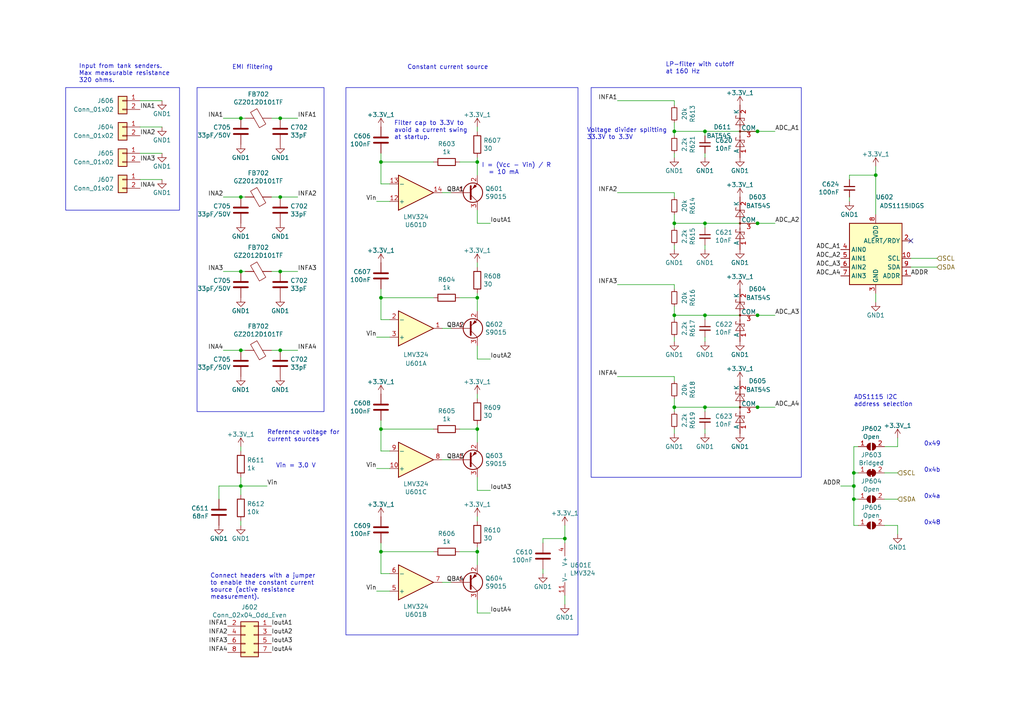
<source format=kicad_sch>
(kicad_sch (version 20230121) (generator eeschema)
  (paper "A4")
  (title_block (title "Hat Labs Marine Engine & Tank interface (HALMET)") (date "2024-01-18") (rev "1.0.1") (company "Hat Labs Ltd") (comment 1 "https://creativecommons.org/licenses/by-sa/4.0") (comment 2 "To view a copy of this license, visit ") (comment 3 "HALMET is licensed under CC BY-SA 4.0."))
  (lib_symbols
    (symbol "Amplifier_Operational:LMV324" (pin_names (offset 0.127))
      (property "Reference" "U" (at 0 5.08 0))
      (property "Value" "LMV324" (at 0 -5.08 0))
      (symbol "LMV324_1_1"
        (pin output line (at 7.62 0 180) (length 2.54) (name "~") (number "1"))
        (pin input line (at -7.62 -2.54 0) (length 2.54) (name "-") (number "2"))
        (pin input line (at -7.62 2.54 0) (length 2.54) (name "+") (number "3"))
      )
      (symbol "LMV324_2_1"
        (pin input line (at -7.62 2.54 0) (length 2.54) (name "+") (number "5"))
        (pin input line (at -7.62 -2.54 0) (length 2.54) (name "-") (number "6"))
        (pin output line (at 7.62 0 180) (length 2.54) (name "~") (number "7"))
      )
      (symbol "LMV324_3_1"
        (pin input line (at -7.62 2.54 0) (length 2.54) (name "+") (number "10"))
        (pin output line (at 7.62 0 180) (length 2.54) (name "~") (number "8"))
        (pin input line (at -7.62 -2.54 0) (length 2.54) (name "-") (number "9"))
      )
      (symbol "LMV324_4_1"
        (pin input line (at -7.62 2.54 0) (length 2.54) (name "+") (number "12"))
        (pin input line (at -7.62 -2.54 0) (length 2.54) (name "-") (number "13"))
        (pin output line (at 7.62 0 180) (length 2.54) (name "~") (number "14"))
      )
      (symbol "LMV324_5_1"
        (pin power_in line (at -2.54 -7.62 90) (length 3.81) (name "V-") (number "11"))
        (pin power_in line (at -2.54 7.62 270) (length 3.81) (name "V+") (number "4"))
      )
    )
    (symbol "Analog_ADC:ADS1115IDGS"
      (property "Reference" "U" (at 2.54 13.97 0))
      (property "Value" "ADS1115IDGS" (at 7.62 11.43 0))
      (symbol "ADS1115IDGS_1_1"
        (pin input line (at 10.16 -5.08 180) (length 2.54) (name "ADDR") (number "1"))
        (pin input line (at 10.16 0 180) (length 2.54) (name "SCL") (number "10"))
        (pin output line (at 10.16 5.08 180) (length 2.54) (name "ALERT/RDY") (number "2"))
        (pin power_in line (at 0 -10.16 90) (length 2.54) (name "GND") (number "3"))
        (pin input line (at -10.16 2.54 0) (length 2.54) (name "AIN0") (number "4"))
        (pin input line (at -10.16 0 0) (length 2.54) (name "AIN1") (number "5"))
        (pin input line (at -10.16 -2.54 0) (length 2.54) (name "AIN2") (number "6"))
        (pin input line (at -10.16 -5.08 0) (length 2.54) (name "AIN3") (number "7"))
        (pin power_in line (at 0 12.7 270) (length 2.54) (name "VDD") (number "8"))
        (pin bidirectional line (at 10.16 -2.54 180) (length 2.54) (name "SDA") (number "9"))
      )
    )
    (symbol "Connector_Generic:Conn_01x02" (pin_names (offset 1.016) hide)
      (property "Reference" "J" (at 0 2.54 0))
      (property "Value" "Conn_01x02" (at 0 -5.08 0))
      (symbol "Conn_01x02_1_1"
        (pin passive line (at -5.08 0 0) (length 3.81) (name "Pin_1") (number "1"))
        (pin passive line (at -5.08 -2.54 0) (length 3.81) (name "Pin_2") (number "2"))
      )
    )
    (symbol "Connector_Generic:Conn_02x04_Odd_Even" (pin_names (offset 1.016) hide)
      (property "Reference" "J" (at 1.27 5.08 0))
      (property "Value" "Conn_02x04_Odd_Even" (at 1.27 -7.62 0))
      (symbol "Conn_02x04_Odd_Even_1_1"
        (pin passive line (at -5.08 2.54 0) (length 3.81) (name "Pin_1") (number "1"))
        (pin passive line (at 7.62 2.54 180) (length 3.81) (name "Pin_2") (number "2"))
        (pin passive line (at -5.08 0 0) (length 3.81) (name "Pin_3") (number "3"))
        (pin passive line (at 7.62 0 180) (length 3.81) (name "Pin_4") (number "4"))
        (pin passive line (at -5.08 -2.54 0) (length 3.81) (name "Pin_5") (number "5"))
        (pin passive line (at 7.62 -2.54 180) (length 3.81) (name "Pin_6") (number "6"))
        (pin passive line (at -5.08 -5.08 0) (length 3.81) (name "Pin_7") (number "7"))
        (pin passive line (at 7.62 -5.08 180) (length 3.81) (name "Pin_8") (number "8"))
      )
    )
    (symbol "Device:C" (pin_numbers hide) (pin_names (offset 0.254))
      (property "Reference" "C" (at 0.635 2.54 0))
      (property "Value" "C" (at 0.635 -2.54 0))
      (symbol "C_1_1"
        (pin passive line (at 0 3.81 270) (length 2.794) (name "~") (number "1"))
        (pin passive line (at 0 -3.81 90) (length 2.794) (name "~") (number "2"))
      )
    )
    (symbol "Device:C_Small" (pin_numbers hide) (pin_names (offset 0.254) hide)
      (property "Reference" "C" (at 0.254 1.778 0))
      (property "Value" "C_Small" (at 0.254 -2.032 0))
      (symbol "C_Small_1_1"
        (pin passive line (at 0 2.54 270) (length 2.032) (name "~") (number "1"))
        (pin passive line (at 0 -2.54 90) (length 2.032) (name "~") (number "2"))
      )
    )
    (symbol "Device:FerriteBead" (pin_numbers hide) (pin_names (offset 0))
      (property "Reference" "FB" (at -3.81 0.635 90))
      (property "Value" "FerriteBead" (at 3.81 0 90))
      (symbol "FerriteBead_1_1"
        (pin passive line (at 0 3.81 270) (length 2.54) (name "~") (number "1"))
        (pin passive line (at 0 -3.81 90) (length 2.54) (name "~") (number "2"))
      )
    )
    (symbol "Device:Q_PNP_BEC" (pin_names (offset 0) hide)
      (property "Reference" "Q" (at 5.08 1.27 0))
      (property "Value" "Q_PNP_BEC" (at 5.08 -1.27 0))
      (symbol "Q_PNP_BEC_1_1"
        (pin input line (at -5.08 0 0) (length 5.715) (name "B") (number "1"))
        (pin passive line (at 2.54 -5.08 90) (length 2.54) (name "E") (number "2"))
        (pin passive line (at 2.54 5.08 270) (length 2.54) (name "C") (number "3"))
      )
    )
    (symbol "Device:R" (pin_numbers hide) (pin_names (offset 0))
      (property "Reference" "R" (at 2.032 0 90))
      (property "Value" "R" (at 0 0 90))
      (symbol "R_1_1"
        (pin passive line (at 0 3.81 270) (length 1.27) (name "~") (number "1"))
        (pin passive line (at 0 -3.81 90) (length 1.27) (name "~") (number "2"))
      )
    )
    (symbol "Device:R_Small" (pin_numbers hide) (pin_names (offset 0.254) hide)
      (property "Reference" "R" (at 0.762 0.508 0))
      (property "Value" "R_Small" (at 0.762 -1.016 0))
      (symbol "R_Small_1_1"
        (pin passive line (at 0 2.54 270) (length 0.762) (name "~") (number "1"))
        (pin passive line (at 0 -2.54 90) (length 0.762) (name "~") (number "2"))
      )
    )
    (symbol "Diode:BAT54S" (pin_names (offset 0))
      (property "Reference" "D" (at 2.54 -5.08 0))
      (property "Value" "BAT54S" (at -6.35 3.175 0))
      (symbol "BAT54S_1_1"
        (pin passive line (at -7.62 0 0) (length 3.81) (name "A") (number "1"))
        (pin passive line (at 7.62 0 180) (length 3.81) (name "K") (number "2"))
        (pin passive line (at 0 -5.08 90) (length 5.08) (name "COM") (number "3"))
      )
    )
    (symbol "HALMET:+3.3V_1" (power) (pin_names (offset 0))
      (property "Value" "+3.3V_1" (at 0 3.556 0))
      (symbol "+3.3V_1_1_1"
        (pin power_in line (at 0 0 90) (length 0) hide (name "+3.3V_1") (number "1"))
      )
    )
    (symbol "Jumper:SolderJumper_2_Bridged" (pin_names (offset 0) hide)
      (property "Reference" "JP" (at 0 2.032 0))
      (property "Value" "SolderJumper_2_Bridged" (at 0 -2.54 0))
      (symbol "SolderJumper_2_Bridged_1_1"
        (pin passive line (at -3.81 0 0) (length 2.54) (name "A") (number "1"))
        (pin passive line (at 3.81 0 180) (length 2.54) (name "B") (number "2"))
      )
    )
    (symbol "Jumper:SolderJumper_2_Open" (pin_names (offset 0) hide)
      (property "Reference" "JP" (at 0 2.032 0))
      (property "Value" "SolderJumper_2_Open" (at 0 -2.54 0))
      (symbol "SolderJumper_2_Open_1_1"
        (pin passive line (at -3.81 0 0) (length 2.54) (name "A") (number "1"))
        (pin passive line (at 3.81 0 180) (length 2.54) (name "B") (number "2"))
      )
    )
    (symbol "power:GND1" (power) (pin_names (offset 0))
      (property "Value" "GND1" (at 0 -3.81 0))
      (symbol "GND1_1_1"
        (pin power_in line (at 0 0 270) (length 0) hide (name "GND1") (number "1"))
      )
    )
  )
  (junction (at 247.65 144.78))
  (junction (at 195.58 38.1))
  (junction (at 254 50.8))
  (junction (at 138.43 46.99))
  (junction (at 69.85 140.97))
  (junction (at 81.28 57.15))
  (junction (at 195.58 118.11))
  (junction (at 163.83 156.21))
  (junction (at 204.47 118.11))
  (junction (at 138.43 86.36))
  (junction (at 204.47 64.77))
  (junction (at 81.28 34.29))
  (junction (at 138.43 124.46))
  (junction (at 69.85 101.6))
  (junction (at 69.85 78.74))
  (junction (at 219.71 118.11))
  (junction (at 81.28 101.6))
  (junction (at 81.28 78.74))
  (junction (at 110.49 124.46))
  (junction (at 69.85 57.15))
  (junction (at 195.58 64.77))
  (junction (at 219.71 91.44))
  (junction (at 138.43 160.02))
  (junction (at 204.47 38.1))
  (junction (at 110.49 160.02))
  (junction (at 247.65 137.16))
  (junction (at 195.58 91.44))
  (junction (at 219.71 38.1))
  (junction (at 110.49 86.36))
  (junction (at 219.71 64.77))
  (junction (at 247.65 140.97))
  (junction (at 69.85 34.29))
  (junction (at 110.49 46.99))
  (junction (at 204.47 91.44))
  (no_connect (at 264.16 69.85))
  (wire (pts (xy 264.16 77.47) (xy 271.78 77.47)))
  (wire (pts (xy 195.58 99.06) (xy 195.58 97.79)))
  (wire (pts (xy 110.49 46.99) (xy 110.49 44.45)))
  (wire (pts (xy 81.28 57.15) (xy 86.36 57.15)))
  (wire (pts (xy 248.92 137.16) (xy 247.65 137.16)))
  (wire (pts (xy 204.47 125.73) (xy 204.47 124.46)))
  (wire (pts (xy 138.43 160.02) (xy 138.43 158.75)))
  (wire (pts (xy 125.73 46.99) (xy 110.49 46.99)))
  (wire (pts (xy 219.71 91.44) (xy 224.79 91.44)))
  (wire (pts (xy 138.43 50.8) (xy 138.43 46.99)))
  (wire (pts (xy 64.77 34.29) (xy 69.85 34.29)))
  (wire (pts (xy 204.47 45.72) (xy 204.47 44.45)))
  (wire (pts (xy 195.58 109.22) (xy 195.58 110.49)))
  (wire (pts (xy 138.43 124.46) (xy 133.35 124.46)))
  (wire (pts (xy 138.43 86.36) (xy 138.43 85.09)))
  (wire (pts (xy 110.49 86.36) (xy 110.49 92.71)))
  (wire (pts (xy 163.83 157.48) (xy 163.83 156.21)))
  (wire (pts (xy 204.47 64.77) (xy 219.71 64.77)))
  (wire (pts (xy 248.92 152.4) (xy 247.65 152.4)))
  (wire (pts (xy 109.22 171.45) (xy 113.03 171.45)))
  (wire (pts (xy 219.71 118.11) (xy 224.79 118.11)))
  (wire (pts (xy 247.65 129.54) (xy 247.65 137.16)))
  (wire (pts (xy 81.28 101.6) (xy 86.36 101.6)))
  (wire (pts (xy 138.43 128.27) (xy 138.43 124.46)))
  (wire (pts (xy 69.85 129.54) (xy 69.85 130.81)))
  (wire (pts (xy 128.27 168.91) (xy 130.81 168.91)))
  (wire (pts (xy 128.27 95.25) (xy 130.81 95.25)))
  (wire (pts (xy 78.74 34.29) (xy 81.28 34.29)))
  (wire (pts (xy 254 87.63) (xy 254 85.09)))
  (wire (pts (xy 69.85 140.97) (xy 77.47 140.97)))
  (wire (pts (xy 195.58 64.77) (xy 204.47 64.77)))
  (wire (pts (xy 204.47 119.38) (xy 204.47 118.11)))
  (wire (pts (xy 195.58 29.21) (xy 195.58 30.48)))
  (wire (pts (xy 69.85 57.15) (xy 71.12 57.15)))
  (wire (pts (xy 247.65 144.78) (xy 247.65 152.4)))
  (wire (pts (xy 260.35 144.78) (xy 256.54 144.78)))
  (wire (pts (xy 157.48 157.48) (xy 157.48 156.21)))
  (wire (pts (xy 125.73 86.36) (xy 110.49 86.36)))
  (wire (pts (xy 110.49 124.46) (xy 110.49 130.81)))
  (wire (pts (xy 254 62.23) (xy 254 50.8)))
  (wire (pts (xy 78.74 78.74) (xy 81.28 78.74)))
  (wire (pts (xy 138.43 90.17) (xy 138.43 86.36)))
  (wire (pts (xy 204.47 72.39) (xy 204.47 71.12)))
  (wire (pts (xy 46.99 44.45) (xy 40.64 44.45)))
  (wire (pts (xy 81.28 78.74) (xy 86.36 78.74)))
  (wire (pts (xy 157.48 166.37) (xy 157.48 165.1)))
  (wire (pts (xy 195.58 88.9) (xy 195.58 91.44)))
  (wire (pts (xy 256.54 129.54) (xy 260.35 129.54)))
  (wire (pts (xy 195.58 118.11) (xy 204.47 118.11)))
  (wire (pts (xy 138.43 64.77) (xy 138.43 60.96)))
  (wire (pts (xy 138.43 160.02) (xy 133.35 160.02)))
  (wire (pts (xy 179.07 29.21) (xy 195.58 29.21)))
  (wire (pts (xy 110.49 160.02) (xy 110.49 166.37)))
  (wire (pts (xy 64.77 101.6) (xy 69.85 101.6)))
  (wire (pts (xy 195.58 64.77) (xy 195.58 66.04)))
  (wire (pts (xy 110.49 53.34) (xy 113.03 53.34)))
  (wire (pts (xy 78.74 57.15) (xy 81.28 57.15)))
  (wire (pts (xy 142.24 64.77) (xy 138.43 64.77)))
  (wire (pts (xy 195.58 45.72) (xy 195.58 44.45)))
  (wire (pts (xy 46.99 36.83) (xy 40.64 36.83)))
  (wire (pts (xy 195.58 91.44) (xy 204.47 91.44)))
  (wire (pts (xy 179.07 109.22) (xy 195.58 109.22)))
  (wire (pts (xy 163.83 156.21) (xy 163.83 152.4)))
  (wire (pts (xy 204.47 38.1) (xy 219.71 38.1)))
  (wire (pts (xy 64.77 57.15) (xy 69.85 57.15)))
  (wire (pts (xy 138.43 77.47) (xy 138.43 76.2)))
  (wire (pts (xy 142.24 104.14) (xy 138.43 104.14)))
  (wire (pts (xy 204.47 118.11) (xy 219.71 118.11)))
  (wire (pts (xy 46.99 52.07) (xy 40.64 52.07)))
  (wire (pts (xy 128.27 55.88) (xy 130.81 55.88)))
  (wire (pts (xy 195.58 38.1) (xy 204.47 38.1)))
  (wire (pts (xy 109.22 97.79) (xy 113.03 97.79)))
  (wire (pts (xy 63.5 144.78) (xy 63.5 140.97)))
  (wire (pts (xy 110.49 86.36) (xy 110.49 83.82)))
  (wire (pts (xy 110.49 46.99) (xy 110.49 53.34)))
  (wire (pts (xy 260.35 129.54) (xy 260.35 127)))
  (wire (pts (xy 81.28 34.29) (xy 86.36 34.29)))
  (wire (pts (xy 256.54 137.16) (xy 260.35 137.16)))
  (wire (pts (xy 195.58 125.73) (xy 195.58 124.46)))
  (wire (pts (xy 260.35 154.94) (xy 260.35 152.4)))
  (wire (pts (xy 195.58 118.11) (xy 195.58 119.38)))
  (wire (pts (xy 64.77 78.74) (xy 69.85 78.74)))
  (wire (pts (xy 138.43 46.99) (xy 133.35 46.99)))
  (wire (pts (xy 195.58 115.57) (xy 195.58 118.11)))
  (wire (pts (xy 195.58 62.23) (xy 195.58 64.77)))
  (wire (pts (xy 195.58 55.88) (xy 195.58 57.15)))
  (wire (pts (xy 69.85 78.74) (xy 71.12 78.74)))
  (wire (pts (xy 110.49 124.46) (xy 110.49 121.92)))
  (wire (pts (xy 138.43 104.14) (xy 138.43 100.33)))
  (wire (pts (xy 246.38 58.42) (xy 246.38 57.15)))
  (wire (pts (xy 110.49 130.81) (xy 113.03 130.81)))
  (wire (pts (xy 204.47 99.06) (xy 204.47 97.79)))
  (wire (pts (xy 248.92 144.78) (xy 247.65 144.78)))
  (wire (pts (xy 260.35 152.4) (xy 256.54 152.4)))
  (wire (pts (xy 110.49 166.37) (xy 113.03 166.37)))
  (wire (pts (xy 254 50.8) (xy 254 48.26)))
  (wire (pts (xy 138.43 177.8) (xy 138.43 173.99)))
  (wire (pts (xy 46.99 29.21) (xy 40.64 29.21)))
  (wire (pts (xy 109.22 58.42) (xy 113.03 58.42)))
  (wire (pts (xy 138.43 46.99) (xy 138.43 45.72)))
  (wire (pts (xy 63.5 140.97) (xy 69.85 140.97)))
  (wire (pts (xy 204.47 92.71) (xy 204.47 91.44)))
  (wire (pts (xy 195.58 82.55) (xy 195.58 83.82)))
  (wire (pts (xy 142.24 177.8) (xy 138.43 177.8)))
  (wire (pts (xy 195.58 35.56) (xy 195.58 38.1)))
  (wire (pts (xy 110.49 92.71) (xy 113.03 92.71)))
  (wire (pts (xy 204.47 66.04) (xy 204.47 64.77)))
  (wire (pts (xy 247.65 140.97) (xy 247.65 144.78)))
  (wire (pts (xy 163.83 175.26) (xy 163.83 172.72)))
  (wire (pts (xy 219.71 64.77) (xy 224.79 64.77)))
  (wire (pts (xy 204.47 39.37) (xy 204.47 38.1)))
  (wire (pts (xy 195.58 72.39) (xy 195.58 71.12)))
  (wire (pts (xy 78.74 101.6) (xy 81.28 101.6)))
  (wire (pts (xy 69.85 140.97) (xy 69.85 143.51)))
  (wire (pts (xy 138.43 86.36) (xy 133.35 86.36)))
  (wire (pts (xy 248.92 129.54) (xy 247.65 129.54)))
  (wire (pts (xy 243.84 140.97) (xy 247.65 140.97)))
  (wire (pts (xy 109.22 135.89) (xy 113.03 135.89)))
  (wire (pts (xy 138.43 115.57) (xy 138.43 114.3)))
  (wire (pts (xy 157.48 156.21) (xy 163.83 156.21)))
  (wire (pts (xy 128.27 133.35) (xy 130.81 133.35)))
  (wire (pts (xy 110.49 160.02) (xy 110.49 157.48)))
  (wire (pts (xy 138.43 163.83) (xy 138.43 160.02)))
  (wire (pts (xy 125.73 124.46) (xy 110.49 124.46)))
  (wire (pts (xy 138.43 38.1) (xy 138.43 36.83)))
  (wire (pts (xy 125.73 160.02) (xy 110.49 160.02)))
  (wire (pts (xy 69.85 138.43) (xy 69.85 140.97)))
  (wire (pts (xy 69.85 101.6) (xy 71.12 101.6)))
  (wire (pts (xy 195.58 91.44) (xy 195.58 92.71)))
  (wire (pts (xy 247.65 137.16) (xy 247.65 140.97)))
  (wire (pts (xy 138.43 142.24) (xy 138.43 138.43)))
  (wire (pts (xy 69.85 34.29) (xy 71.12 34.29)))
  (wire (pts (xy 138.43 124.46) (xy 138.43 123.19)))
  (wire (pts (xy 264.16 74.93) (xy 271.78 74.93)))
  (wire (pts (xy 179.07 82.55) (xy 195.58 82.55)))
  (wire (pts (xy 138.43 151.13) (xy 138.43 149.86)))
  (wire (pts (xy 142.24 142.24) (xy 138.43 142.24)))
  (wire (pts (xy 204.47 91.44) (xy 219.71 91.44)))
  (wire (pts (xy 179.07 55.88) (xy 195.58 55.88)))
  (wire (pts (xy 246.38 50.8) (xy 254 50.8)))
  (wire (pts (xy 69.85 152.4) (xy 69.85 151.13)))
  (wire (pts (xy 246.38 52.07) (xy 246.38 50.8)))
  (wire (pts (xy 195.58 38.1) (xy 195.58 39.37)))
  (wire (pts (xy 219.71 38.1) (xy 224.79 38.1)))
  (rectangle (start 19.05 25.4) (end 52.07 60.96))
  (rectangle (start 100.33 25.4) (end 167.64 184.15))
  (rectangle (start 57.15 25.4) (end 93.98 119.38))
  (rectangle (start 171.45 25.4) (end 232.41 138.43))
  (text "Vin = 3.0 V" (at 80.01 135.89 0) (effects (font (size 1.27 1.27)) (justify left bottom)))
  (text "ADS1115 I2C\naddress selection" (at 247.65 118.11 0) (effects (font (size 1.27 1.27)) (justify left bottom)))
  (text "0x49" (at 267.97 129.54 0) (effects (font (size 1.27 1.27)) (justify left bottom)))
  (text "EMI filtering" (at 67.31 20.32 0) (effects (font (size 1.27 1.27)) (justify left bottom)))
  (text "I = (Vcc - Vin) / R\n  = 10 mA" (at 139.7 50.8 0) (effects (font (size 1.27 1.27)) (justify left bottom)))
  (text "Constant current source" (at 118.11 20.32 0) (effects (font (size 1.27 1.27)) (justify left bottom)))
  (text "Voltage divider splitting\n33.3V to 3.3V" (at 170.18 40.64 0) (effects (font (size 1.27 1.27)) (justify left bottom)))
  (text "0x48" (at 267.97 152.4 0) (effects (font (size 1.27 1.27)) (justify left bottom)))
  (text "Input from tank senders.\nMax measurable resistance\n320 ohms." (at 22.86 24.13 0) (effects (font (size 1.27 1.27)) (justify left bottom)))
  (text "0x4a" (at 267.97 144.78 0) (effects (font (size 1.27 1.27)) (justify left bottom)))
  (text "Reference voltage for\ncurrent sources" (at 77.47 128.27 0) (effects (font (size 1.27 1.27)) (justify left bottom)))
  (text "0x4b" (at 267.97 137.16 0) (effects (font (size 1.27 1.27)) (justify left bottom)))
  (text "LP-filter with cutoff\nat 160 Hz" (at 193.04 21.59 0) (effects (font (size 1.27 1.27)) (justify left bottom)))
  (text "Connect headers with a jumper\nto enable the constant current\nsource (active resistance\nmeasurement)." (at 60.96 173.99 0) (effects (font (size 1.27 1.27)) (justify left bottom)))
  (text "Filter cap to 3.3V to \navoid a current swing\nat startup." (at 114.3 40.64 0) (effects (font (size 1.27 1.27)) (justify left bottom)))
  (label "IoutA2" (at 142.24 104.14 0))
  (label "INFA2" (at 179.07 55.88 180))
  (label "Vin" (at 77.47 140.97 0))
  (label "ADC_A3" (at 224.79 91.44 0))
  (label "INFA1" (at 86.36 34.29 0))
  (label "ADDR" (at 264.16 80.01 0))
  (label "IoutA4" (at 142.24 177.8 0))
  (label "ADC_A4" (at 243.84 80.01 180))
  (label "IoutA3" (at 78.74 186.69 0))
  (label "QBA1" (at 129.54 55.88 0))
  (label "ADC_A1" (at 224.79 38.1 0))
  (label "INA4" (at 64.77 101.6 180))
  (label "INA3" (at 40.64 46.99 0))
  (label "INA1" (at 40.64 31.75 0))
  (label "IoutA3" (at 142.24 142.24 0))
  (label "INFA4" (at 86.36 101.6 0))
  (label "ADC_A2" (at 243.84 74.93 180))
  (label "INFA1" (at 66.04 181.61 180))
  (label "Vin" (at 109.22 135.89 180))
  (label "INFA3" (at 179.07 82.55 180))
  (label "IoutA2" (at 78.74 184.15 0))
  (label "INA3" (at 64.77 78.74 180))
  (label "QBA3" (at 129.54 133.35 0))
  (label "INA2" (at 64.77 57.15 180))
  (label "IoutA1" (at 78.74 181.61 0))
  (label "ADDR" (at 243.84 140.97 180))
  (label "INA1" (at 64.77 34.29 180))
  (label "ADC_A4" (at 224.79 118.11 0))
  (label "ADC_A2" (at 224.79 64.77 0))
  (label "INFA1" (at 179.07 29.21 180))
  (label "Vin" (at 109.22 58.42 180))
  (label "INFA2" (at 86.36 57.15 0))
  (label "INFA2" (at 66.04 184.15 180))
  (label "INA4" (at 40.64 54.61 0))
  (label "Vin" (at 109.22 97.79 180))
  (label "INFA4" (at 66.04 189.23 180))
  (label "INFA4" (at 179.07 109.22 180))
  (label "QBA4" (at 129.54 168.91 0))
  (label "ADC_A1" (at 243.84 72.39 180))
  (label "INFA3" (at 86.36 78.74 0))
  (label "QBA2" (at 129.54 95.25 0))
  (label "IoutA1" (at 142.24 64.77 0))
  (label "ADC_A3" (at 243.84 77.47 180))
  (label "Vin" (at 109.22 171.45 180))
  (label "INA2" (at 40.64 39.37 0))
  (label "IoutA4" (at 78.74 189.23 0))
  (label "INFA3" (at 66.04 186.69 180))
  (hierarchical_label "SDA" (shape input) (at 271.78 77.47 0))
  (hierarchical_label "SCL" (shape input) (at 271.78 74.93 0))
  (hierarchical_label "SDA" (shape input) (at 260.35 144.78 0))
  (hierarchical_label "SCL" (shape input) (at 260.35 137.16 0))
  (symbol (lib_id "Amplifier_Operational:LMV324") (at 120.65 95.25 0) (mirror x) (unit 1)
    (property "Reference" "U601" (at 120.65 105.41 0))
    (property "Value" "LMV324" (at 120.65 102.87 0))
    (property "Footprint" "Package_SO:SOIC-14_3.9x8.7mm_P1.27mm" (effects hide))
    (property "Datasheet" "http://www.ti.com/lit/ds/symlink/lmv324.pdf" (effects hide))
    (property "LCSC" "C362275" (effects hide))
    (property "JLCPCB_CORRECTION" "0;0;270" (effects hide))
  )
  (symbol (lib_id "Amplifier_Operational:LMV324") (at 120.65 168.91 0) (mirror x) (unit 2)
    (property "Reference" "U601" (at 120.65 178.2318 0))
    (property "Value" "LMV324" (at 120.65 175.9204 0))
    (property "Footprint" "Package_SO:SOIC-14_3.9x8.7mm_P1.27mm" (effects hide))
    (property "Datasheet" "http://www.ti.com/lit/ds/symlink/lmv324.pdf" (effects hide))
    (property "LCSC" "C362275" (effects hide))
    (property "JLCPCB_CORRECTION" "0;0;270" (effects hide))
  )
  (symbol (lib_id "Amplifier_Operational:LMV324") (at 120.65 133.35 0) (mirror x) (unit 3)
    (property "Reference" "U601" (at 120.65 142.6718 0))
    (property "Value" "LMV324" (at 120.65 140.3604 0))
    (property "Footprint" "Package_SO:SOIC-14_3.9x8.7mm_P1.27mm" (effects hide))
    (property "Datasheet" "http://www.ti.com/lit/ds/symlink/lmv324.pdf" (effects hide))
    (property "LCSC" "C362275" (effects hide))
    (property "JLCPCB_CORRECTION" "0;0;270" (effects hide))
  )
  (symbol (lib_id "Amplifier_Operational:LMV324") (at 120.65 55.88 0) (mirror x) (unit 4)
    (property "Reference" "U601" (at 120.65 65.2018 0))
    (property "Value" "LMV324" (at 120.65 62.8904 0))
    (property "Footprint" "Package_SO:SOIC-14_3.9x8.7mm_P1.27mm" (effects hide))
    (property "Datasheet" "http://www.ti.com/lit/ds/symlink/lmv324.pdf" (effects hide))
    (property "LCSC" "C362275" (effects hide))
    (property "JLCPCB_CORRECTION" "0;0;270" (effects hide))
  )
  (symbol (lib_id "Amplifier_Operational:LMV324") (at 166.37 165.1 0) (unit 5)
    (property "Reference" "U601" (at 165.3032 163.9316 0) (effects (justify left)))
    (property "Value" "LMV324" (at 165.3032 166.243 0) (effects (justify left)))
    (property "Footprint" "Package_SO:SOIC-14_3.9x8.7mm_P1.27mm" (effects hide))
    (property "Datasheet" "http://www.ti.com/lit/ds/symlink/lmv324.pdf" (effects hide))
    (property "LCSC" "C362275" (effects hide))
    (property "JLCPCB_CORRECTION" "0;0;270" (effects hide))
  )
  (symbol (lib_id "Device:Q_PNP_BEC") (at 135.89 55.88 0) (mirror x) (unit 1)
    (property "Reference" "Q601" (at 140.716 54.7116 0) (effects (justify left)))
    (property "Value" "S9015" (at 140.716 57.023 0) (effects (justify left)))
    (property "Footprint" "Package_TO_SOT_SMD:SOT-323_SC-70" (effects hide))
    (property "LCSC" "C5240616" (effects hide))
    (property "Notes" "Alt: C106811" (effects hide))
    (property "JLCPCB_CORRECTION" "0;0;180" (effects hide))
  )
  (symbol (lib_id "Device:R") (at 138.43 41.91 0) (unit 1)
    (property "Reference" "R607" (at 140.208 40.7416 0) (effects (justify left)))
    (property "Value" "30" (at 140.208 43.053 0) (effects (justify left)))
    (property "Footprint" "Resistor_SMD:R_0603_1608Metric" (effects hide))
    (property "LCSC" "C22985" (effects hide))
  )
  (symbol (lib_id "Device:R") (at 69.85 134.62 0) (unit 1)
    (property "Reference" "R611" (at 71.628 133.4516 0) (effects (justify left)))
    (property "Value" "1k" (at 71.628 135.763 0) (effects (justify left)))
    (property "Footprint" "Resistor_SMD:R_0402_1005Metric" (effects hide))
    (property "LCSC" "C11702" (effects hide))
  )
  (symbol (lib_id "Device:R") (at 69.85 147.32 0) (unit 1)
    (property "Reference" "R612" (at 71.628 146.1516 0) (effects (justify left)))
    (property "Value" "10k" (at 71.628 148.463 0) (effects (justify left)))
    (property "Footprint" "Resistor_SMD:R_0402_1005Metric" (effects hide))
    (property "LCSC" "C25744" (effects hide))
  )
  (symbol (lib_id "power:GND1") (at 69.85 152.4 0) (unit 1)
    (property "Reference" "#PWR0616" (effects hide))
    (property "Value" "GND1" (at 69.85 156.21 0))
  )
  (symbol (lib_id "HALMET:+3.3V_1") (at 69.85 129.54 0) (unit 1)
    (property "Reference" "#PWR0615" (effects hide))
    (property "Value" "+3.3V_1" (at 69.85 125.984 0))
  )
  (symbol (lib_id "power:GND1") (at 163.83 175.26 0) (unit 1)
    (property "Reference" "#PWR0609" (effects hide))
    (property "Value" "GND1" (at 163.83 179.07 0))
  )
  (symbol (lib_id "Device:C") (at 157.48 161.29 0) (mirror y) (unit 1)
    (property "Reference" "C610" (at 154.559 160.1216 0) (effects (justify left)))
    (property "Value" "100nF" (at 154.559 162.433 0) (effects (justify left)))
    (property "Footprint" "Capacitor_SMD:C_0402_1005Metric" (effects hide))
    (property "LCSC" "C1525" (effects hide))
  )
  (symbol (lib_id "power:GND1") (at 157.48 166.37 0) (unit 1)
    (property "Reference" "#PWR0607" (effects hide))
    (property "Value" "GND1" (at 157.48 170.18 0))
  )
  (symbol (lib_id "HALMET:+3.3V_1") (at 138.43 36.83 0) (unit 1)
    (property "Reference" "#PWR0610" (effects hide))
    (property "Value" "+3.3V_1" (at 138.43 33.274 0))
  )
  (symbol (lib_id "Device:C") (at 63.5 148.59 0) (mirror y) (unit 1)
    (property "Reference" "C611" (at 60.579 147.4216 0) (effects (justify left)))
    (property "Value" "68nF" (at 60.579 149.733 0) (effects (justify left)))
    (property "Footprint" "Capacitor_SMD:C_0603_1608Metric" (effects hide))
    (property "LCSC" "C31658" (effects hide))
  )
  (symbol (lib_id "power:GND1") (at 63.5 152.4 0) (unit 1)
    (property "Reference" "#PWR0614" (effects hide))
    (property "Value" "GND1" (at 63.5 156.21 0))
  )
  (symbol (lib_id "Device:R_Small") (at 195.58 33.02 180) (unit 1)
    (property "Reference" "R613" (at 200.8378 33.02 90))
    (property "Value" "20k" (at 198.5264 33.02 90))
    (property "Footprint" "Resistor_SMD:R_0603_1608Metric" (effects hide))
    (property "LCSC" "C4184" (effects hide))
  )
  (symbol (lib_id "Device:C_Small") (at 204.47 41.91 0) (unit 1)
    (property "Reference" "C620" (at 207.391 40.7416 0) (effects (justify left)))
    (property "Value" "10nF" (at 207.391 43.053 0) (effects (justify left)))
    (property "Footprint" "Capacitor_SMD:C_0402_1005Metric" (effects hide))
    (property "LCSC" "C15195" (effects hide))
  )
  (symbol (lib_id "power:GND1") (at 204.47 45.72 0) (unit 1)
    (property "Reference" "#PWR0634" (effects hide))
    (property "Value" "GND1" (at 204.47 49.53 0))
  )
  (symbol (lib_id "Device:C") (at 110.49 40.64 0) (mirror x) (unit 1)
    (property "Reference" "C606" (at 107.5944 39.4716 0) (effects (justify right)))
    (property "Value" "100nF" (at 107.5944 41.783 0) (effects (justify right)))
    (property "Footprint" "Capacitor_SMD:C_0402_1005Metric" (effects hide))
    (property "LCSC" "C1525" (effects hide))
  )
  (symbol (lib_id "Device:R") (at 129.54 46.99 270) (unit 1)
    (property "Reference" "R603" (at 129.54 41.7322 90))
    (property "Value" "1k" (at 129.54 44.0436 90))
    (property "Footprint" "Resistor_SMD:R_0402_1005Metric" (effects hide))
    (property "LCSC" "C11702" (effects hide))
  )
  (symbol (lib_id "HALMET:+3.3V_1") (at 110.49 36.83 0) (unit 1)
    (property "Reference" "#PWR0601" (effects hide))
    (property "Value" "+3.3V_1" (at 110.49 33.274 0))
  )
  (symbol (lib_id "Device:Q_PNP_BEC") (at 135.89 95.25 0) (mirror x) (unit 1)
    (property "Reference" "Q602" (at 140.716 94.0816 0) (effects (justify left)))
    (property "Value" "S9015" (at 140.716 96.393 0) (effects (justify left)))
    (property "Footprint" "Package_TO_SOT_SMD:SOT-323_SC-70" (effects hide))
    (property "LCSC" "C5240616" (effects hide))
    (property "Notes" "Alt: C106811" (effects hide))
    (property "JLCPCB_CORRECTION" "0;0;180" (effects hide))
  )
  (symbol (lib_id "Device:R") (at 138.43 81.28 0) (unit 1)
    (property "Reference" "R608" (at 140.208 80.1116 0) (effects (justify left)))
    (property "Value" "30" (at 140.208 82.423 0) (effects (justify left)))
    (property "Footprint" "Resistor_SMD:R_0603_1608Metric" (effects hide))
    (property "LCSC" "C22985" (effects hide))
  )
  (symbol (lib_id "HALMET:+3.3V_1") (at 138.43 76.2 0) (unit 1)
    (property "Reference" "#PWR0611" (effects hide))
    (property "Value" "+3.3V_1" (at 138.43 72.644 0))
  )
  (symbol (lib_id "Device:C") (at 110.49 80.01 0) (mirror x) (unit 1)
    (property "Reference" "C607" (at 107.5944 78.8416 0) (effects (justify right)))
    (property "Value" "100nF" (at 107.5944 81.153 0) (effects (justify right)))
    (property "Footprint" "Capacitor_SMD:C_0402_1005Metric" (effects hide))
    (property "LCSC" "C1525" (effects hide))
  )
  (symbol (lib_id "Device:R") (at 129.54 86.36 270) (unit 1)
    (property "Reference" "R604" (at 129.54 81.1022 90))
    (property "Value" "1k" (at 129.54 83.4136 90))
    (property "Footprint" "Resistor_SMD:R_0402_1005Metric" (effects hide))
    (property "LCSC" "C11702" (effects hide))
  )
  (symbol (lib_id "HALMET:+3.3V_1") (at 110.49 76.2 0) (unit 1)
    (property "Reference" "#PWR0604" (effects hide))
    (property "Value" "+3.3V_1" (at 110.49 72.644 0))
  )
  (symbol (lib_id "power:GND1") (at 195.58 45.72 0) (unit 1)
    (property "Reference" "#PWR0630" (effects hide))
    (property "Value" "GND1" (at 195.58 49.53 0))
  )
  (symbol (lib_id "Device:Q_PNP_BEC") (at 135.89 133.35 0) (mirror x) (unit 1)
    (property "Reference" "Q603" (at 140.716 132.1816 0) (effects (justify left)))
    (property "Value" "S9015" (at 140.716 134.493 0) (effects (justify left)))
    (property "Footprint" "Package_TO_SOT_SMD:SOT-323_SC-70" (effects hide))
    (property "LCSC" "C5240616" (effects hide))
    (property "Notes" "Alt: C106811" (effects hide))
    (property "JLCPCB_CORRECTION" "0;0;180" (effects hide))
  )
  (symbol (lib_id "Device:R") (at 138.43 119.38 0) (unit 1)
    (property "Reference" "R609" (at 140.208 118.2116 0) (effects (justify left)))
    (property "Value" "30" (at 140.208 120.523 0) (effects (justify left)))
    (property "Footprint" "Resistor_SMD:R_0603_1608Metric" (effects hide))
    (property "LCSC" "C22985" (effects hide))
  )
  (symbol (lib_id "HALMET:+3.3V_1") (at 138.43 114.3 0) (unit 1)
    (property "Reference" "#PWR0612" (effects hide))
    (property "Value" "+3.3V_1" (at 138.43 110.744 0))
  )
  (symbol (lib_id "Device:C") (at 110.49 118.11 0) (mirror x) (unit 1)
    (property "Reference" "C608" (at 107.5944 116.9416 0) (effects (justify right)))
    (property "Value" "100nF" (at 107.5944 119.253 0) (effects (justify right)))
    (property "Footprint" "Capacitor_SMD:C_0402_1005Metric" (effects hide))
    (property "LCSC" "C1525" (effects hide))
  )
  (symbol (lib_id "Device:R") (at 129.54 124.46 270) (unit 1)
    (property "Reference" "R605" (at 129.54 119.2022 90))
    (property "Value" "1k" (at 129.54 121.5136 90))
    (property "Footprint" "Resistor_SMD:R_0402_1005Metric" (effects hide))
    (property "LCSC" "C11702" (effects hide))
  )
  (symbol (lib_id "HALMET:+3.3V_1") (at 110.49 114.3 0) (unit 1)
    (property "Reference" "#PWR0605" (effects hide))
    (property "Value" "+3.3V_1" (at 110.49 110.744 0))
  )
  (symbol (lib_id "Device:Q_PNP_BEC") (at 135.89 168.91 0) (mirror x) (unit 1)
    (property "Reference" "Q604" (at 140.716 167.7416 0) (effects (justify left)))
    (property "Value" "S9015" (at 140.716 170.053 0) (effects (justify left)))
    (property "Footprint" "Package_TO_SOT_SMD:SOT-323_SC-70" (effects hide))
    (property "LCSC" "C5240616" (effects hide))
    (property "Notes" "Alt: C106811" (effects hide))
    (property "JLCPCB_CORRECTION" "0;0;180" (effects hide))
  )
  (symbol (lib_id "Device:R") (at 138.43 154.94 0) (unit 1)
    (property "Reference" "R610" (at 140.208 153.7716 0) (effects (justify left)))
    (property "Value" "30" (at 140.208 156.083 0) (effects (justify left)))
    (property "Footprint" "Resistor_SMD:R_0603_1608Metric" (effects hide))
    (property "LCSC" "C22985" (effects hide))
  )
  (symbol (lib_id "HALMET:+3.3V_1") (at 138.43 149.86 0) (unit 1)
    (property "Reference" "#PWR0613" (effects hide))
    (property "Value" "+3.3V_1" (at 138.43 146.304 0))
  )
  (symbol (lib_id "Device:C") (at 110.49 153.67 0) (mirror x) (unit 1)
    (property "Reference" "C609" (at 107.5944 152.5016 0) (effects (justify right)))
    (property "Value" "100nF" (at 107.5944 154.813 0) (effects (justify right)))
    (property "Footprint" "Capacitor_SMD:C_0402_1005Metric" (effects hide))
    (property "LCSC" "C1525" (effects hide))
  )
  (symbol (lib_id "Device:R") (at 129.54 160.02 270) (unit 1)
    (property "Reference" "R606" (at 129.54 154.7622 90))
    (property "Value" "1k" (at 129.54 157.0736 90))
    (property "Footprint" "Resistor_SMD:R_0402_1005Metric" (effects hide))
    (property "LCSC" "C11702" (effects hide))
  )
  (symbol (lib_id "HALMET:+3.3V_1") (at 110.49 149.86 0) (unit 1)
    (property "Reference" "#PWR0606" (effects hide))
    (property "Value" "+3.3V_1" (at 110.49 146.304 0))
  )
  (symbol (lib_id "power:GND1") (at 46.99 29.21 0) (mirror y) (unit 1)
    (property "Reference" "#PWR0617" (effects hide))
    (property "Value" "GND1" (at 46.99 33.02 0))
  )
  (symbol (lib_id "Analog_ADC:ADS1115IDGS") (at 254 74.93 0) (unit 1)
    (property "Reference" "U602" (at 256.54 57.15 0))
    (property "Value" "ADS1115IDGS" (at 261.62 59.69 0))
    (property "Footprint" "Package_SO:TSSOP-10_3x3mm_P0.5mm" (effects hide))
    (property "Datasheet" "http://www.ti.com/lit/ds/symlink/ads1113.pdf" (effects hide))
    (property "LCSC" "C37593" (effects hide))
    (property "JLCPCB_CORRECTION" "0;0;270" (effects hide))
  )
  (symbol (lib_id "power:GND1") (at 254 87.63 0) (unit 1)
    (property "Reference" "#PWR0640" (effects hide))
    (property "Value" "GND1" (at 254 91.44 0))
  )
  (symbol (lib_id "HALMET:+3.3V_1") (at 254 48.26 0) (unit 1)
    (property "Reference" "#PWR0639" (effects hide))
    (property "Value" "+3.3V_1" (at 254 44.704 0))
  )
  (symbol (lib_id "Device:C_Small") (at 246.38 54.61 0) (mirror y) (unit 1)
    (property "Reference" "C624" (at 243.459 53.4416 0) (effects (justify left)))
    (property "Value" "100nF" (at 243.459 55.753 0) (effects (justify left)))
    (property "Footprint" "Capacitor_SMD:C_0402_1005Metric" (effects hide))
    (property "LCSC" "C1525" (effects hide))
  )
  (symbol (lib_id "power:GND1") (at 246.38 58.42 0) (unit 1)
    (property "Reference" "#PWR0638" (effects hide))
    (property "Value" "GND1" (at 246.38 62.23 0))
  )
  (symbol (lib_id "power:GND1") (at 260.35 154.94 0) (unit 1)
    (property "Reference" "#PWR0642" (effects hide))
    (property "Value" "GND1" (at 260.35 158.75 0))
  )
  (symbol (lib_id "Connector_Generic:Conn_02x04_Odd_Even") (at 73.66 184.15 0) (mirror y) (unit 1)
    (property "Reference" "J602" (at 72.39 176.0982 0))
    (property "Value" "Conn_02x04_Odd_Even" (at 72.39 178.4096 0))
    (property "Footprint" "Connector_PinHeader_2.54mm:PinHeader_2x04_P2.54mm_Vertical" (effects hide))
    (property "LCSC" "C124386" (effects hide))
    (property "JLCPCB_CORRECTION" "1.27;3.81;90" (effects hide))
  )
  (symbol (lib_id "Jumper:SolderJumper_2_Bridged") (at 252.73 137.16 0) (unit 1)
    (property "Reference" "JP603" (at 252.73 131.953 0))
    (property "Value" "Bridged" (at 252.73 134.2644 0))
    (property "Footprint" "Jumper:SolderJumper-2_P1.3mm_Bridged2Bar_RoundedPad1.0x1.5mm" (effects hide))
  )
  (symbol (lib_id "Jumper:SolderJumper_2_Open") (at 252.73 152.4 0) (unit 1)
    (property "Reference" "JP605" (at 252.73 147.193 0))
    (property "Value" "Open" (at 252.73 149.5044 0))
    (property "Footprint" "Jumper:SolderJumper-2_P1.3mm_Open_Pad1.0x1.5mm" (effects hide))
  )
  (symbol (lib_id "Jumper:SolderJumper_2_Open") (at 252.73 144.78 0) (unit 1)
    (property "Reference" "JP604" (at 252.73 139.573 0))
    (property "Value" "Open" (at 252.73 141.8844 0))
    (property "Footprint" "Jumper:SolderJumper-2_P1.3mm_Open_Pad1.0x1.5mm" (effects hide))
  )
  (symbol (lib_id "Jumper:SolderJumper_2_Open") (at 252.73 129.54 0) (unit 1)
    (property "Reference" "JP602" (at 252.73 124.333 0))
    (property "Value" "Open" (at 252.73 126.6444 0))
    (property "Footprint" "Jumper:SolderJumper-2_P1.3mm_Open_Pad1.0x1.5mm" (effects hide))
  )
  (symbol (lib_id "Device:R_Small") (at 195.58 95.25 180) (unit 1)
    (property "Reference" "R617" (at 200.8378 95.25 90))
    (property "Value" "2.2k" (at 198.5264 95.25 90))
    (property "Footprint" "Resistor_SMD:R_0402_1005Metric" (effects hide))
    (property "LCSC" "C25879" (effects hide))
  )
  (symbol (lib_id "power:GND1") (at 81.28 64.77 0) (unit 1)
    (property "Reference" "#PWR0707" (effects hide))
    (property "Value" "GND1" (at 81.28 68.58 0))
    (instances (project "HALMET" (path "" (reference "#PWR0707") (unit 1)) (path "" (reference "#PWR0619") (unit 1))))
  )
  (symbol (lib_id "Device:C") (at 81.28 38.1 0) (unit 1)
    (property "Reference" "C702" (at 84.201 36.9316 0) (effects (justify left)))
    (property "Value" "33pF" (at 84.201 39.243 0) (effects (justify left)))
    (property "Footprint" "Capacitor_SMD:C_0402_1005Metric" (effects hide))
    (property "LCSC" "C1562" (effects hide))
    (instances (project "HALMET" (path "" (reference "C702") (unit 1)) (path "" (reference "C603") (unit 1))))
  )
  (symbol (lib_id "Connector_Generic:Conn_01x02") (at 35.56 44.45 0) (mirror y) (unit 1)
    (property "Reference" "J605" (at 33.02 44.45 0) (effects (justify left)))
    (property "Value" "Conn_01x02" (at 33.02 46.99 0) (effects (justify left)))
    (property "Footprint" "Connector_Phoenix_MC:PhoenixContact_MCV_1,5_2-G-3.81_1x02_P3.81mm_Vertical" (effects hide))
    (property "LCSC" "C8396" (effects hide))
  )
  (symbol (lib_id "power:GND1") (at 46.99 44.45 0) (mirror y) (unit 1)
    (property "Reference" "#PWR0644" (effects hide))
    (property "Value" "GND1" (at 46.99 48.26 0))
  )
  (symbol (lib_id "Device:C_Small") (at 204.47 68.58 0) (unit 1)
    (property "Reference" "C621" (at 207.391 67.4116 0) (effects (justify left)))
    (property "Value" "10nF" (at 207.391 69.723 0) (effects (justify left)))
    (property "Footprint" "Capacitor_SMD:C_0402_1005Metric" (effects hide))
    (property "LCSC" "C15195" (effects hide))
  )
  (symbol (lib_id "power:GND1") (at 195.58 72.39 0) (unit 1)
    (property "Reference" "#PWR0626" (effects hide))
    (property "Value" "GND1" (at 195.58 76.2 0))
  )
  (symbol (lib_id "Diode:BAT54S") (at 214.63 38.1 90) (unit 1)
    (property "Reference" "D611" (at 212.09 36.83 90) (effects (justify left)))
    (property "Value" "BAT54S" (at 212.09 39.37 90) (effects (justify left)))
    (property "Footprint" "Package_TO_SOT_SMD:SOT-323_SC-70" (effects hide))
    (property "Datasheet" "https://www.diodes.com/assets/Datasheets/ds11005.pdf" (effects hide))
    (property "LCSC" "C12741" (effects hide))
    (property "JLCPCB_CORRECTION" "0;0;180" (effects hide))
  )
  (symbol (lib_id "Device:C_Small") (at 204.47 121.92 0) (unit 1)
    (property "Reference" "C623" (at 207.391 120.7516 0) (effects (justify left)))
    (property "Value" "10nF" (at 207.391 123.063 0) (effects (justify left)))
    (property "Footprint" "Capacitor_SMD:C_0402_1005Metric" (effects hide))
    (property "LCSC" "C15195" (effects hide))
  )
  (symbol (lib_id "power:GND1") (at 195.58 99.06 0) (unit 1)
    (property "Reference" "#PWR0631" (effects hide))
    (property "Value" "GND1" (at 195.58 102.87 0))
  )
  (symbol (lib_id "power:GND1") (at 204.47 72.39 0) (unit 1)
    (property "Reference" "#PWR0627" (effects hide))
    (property "Value" "GND1" (at 204.47 76.2 0))
  )
  (symbol (lib_id "power:GND1") (at 214.63 72.39 0) (unit 1)
    (property "Reference" "#PWR0629" (effects hide))
    (property "Value" "GND1" (at 214.63 76.2 0))
  )
  (symbol (lib_id "Device:R_Small") (at 195.58 59.69 180) (unit 1)
    (property "Reference" "R614" (at 200.8378 59.69 90))
    (property "Value" "20k" (at 198.5264 59.69 90))
    (property "Footprint" "Resistor_SMD:R_0603_1608Metric" (effects hide))
    (property "LCSC" "C4184" (effects hide))
  )
  (symbol (lib_id "Connector_Generic:Conn_01x02") (at 35.56 29.21 0) (mirror y) (unit 1)
    (property "Reference" "J606" (at 33.02 29.21 0) (effects (justify left)))
    (property "Value" "Conn_01x02" (at 33.02 31.75 0) (effects (justify left)))
    (property "Footprint" "Connector_Phoenix_MC:PhoenixContact_MCV_1,5_2-G-3.81_1x02_P3.81mm_Vertical" (effects hide))
    (property "LCSC" "C8396" (effects hide))
  )
  (symbol (lib_id "Diode:BAT54S") (at 214.63 118.11 90) (unit 1)
    (property "Reference" "D605" (at 222.25 110.49 90) (effects (justify left)))
    (property "Value" "BAT54S" (at 223.52 113.03 90) (effects (justify left)))
    (property "Footprint" "Package_TO_SOT_SMD:SOT-323_SC-70" (effects hide))
    (property "Datasheet" "https://www.diodes.com/assets/Datasheets/ds11005.pdf" (effects hide))
    (property "LCSC" "C12741" (effects hide))
    (property "JLCPCB_CORRECTION" "0;0;180" (effects hide))
  )
  (symbol (lib_id "power:GND1") (at 81.28 109.22 0) (unit 1)
    (property "Reference" "#PWR0707" (effects hide))
    (property "Value" "GND1" (at 81.28 113.03 0))
    (instances (project "HALMET" (path "" (reference "#PWR0707") (unit 1)) (path "" (reference "#PWR0623") (unit 1))))
  )
  (symbol (lib_id "HALMET:+3.3V_1") (at 163.83 152.4 0) (unit 1)
    (property "Reference" "#PWR0608" (effects hide))
    (property "Value" "+3.3V_1" (at 163.83 148.844 0))
  )
  (symbol (lib_id "HALMET:+3.3V_1") (at 214.63 57.15 0) (unit 1)
    (property "Reference" "#PWR0628" (effects hide))
    (property "Value" "+3.3V_1" (at 214.63 53.594 0))
  )
  (symbol (lib_id "Device:FerriteBead") (at 74.93 34.29 90) (mirror x) (unit 1)
    (property "Reference" "FB702" (at 74.93 27.3304 90))
    (property "Value" "GZ2012D101TF" (at 74.93 29.6418 90))
    (property "Footprint" "Inductor_SMD:L_0805_2012Metric" (effects hide))
    (property "LCSC" "C1015" (effects hide))
    (instances (project "HALMET" (path "" (reference "FB702") (unit 1)) (path "" (reference "FB601") (unit 1))))
  )
  (symbol (lib_id "power:GND1") (at 214.63 99.06 0) (unit 1)
    (property "Reference" "#PWR0637" (effects hide))
    (property "Value" "GND1" (at 214.63 102.87 0))
  )
  (symbol (lib_id "Diode:BAT54S") (at 214.63 91.44 90) (unit 1)
    (property "Reference" "D604" (at 222.25 83.82 90) (effects (justify left)))
    (property "Value" "BAT54S" (at 223.52 86.36 90) (effects (justify left)))
    (property "Footprint" "Package_TO_SOT_SMD:SOT-323_SC-70" (effects hide))
    (property "Datasheet" "https://www.diodes.com/assets/Datasheets/ds11005.pdf" (effects hide))
    (property "LCSC" "C12741" (effects hide))
    (property "JLCPCB_CORRECTION" "0;0;180" (effects hide))
  )
  (symbol (lib_id "power:GND1") (at 69.85 41.91 0) (unit 1)
    (property "Reference" "#PWR0710" (effects hide))
    (property "Value" "GND1" (at 69.85 45.72 0))
    (instances (project "HALMET" (path "" (reference "#PWR0710") (unit 1)) (path "" (reference "#PWR0602") (unit 1))))
  )
  (symbol (lib_id "Device:C") (at 69.85 60.96 0) (mirror y) (unit 1)
    (property "Reference" "C705" (at 66.929 59.7916 0) (effects (justify left)))
    (property "Value" "33pF/50V" (at 66.929 62.103 0) (effects (justify left)))
    (property "Footprint" "Capacitor_SMD:C_0603_1608Metric" (effects hide))
    (property "LCSC" "C1663" (effects hide))
    (instances (project "HALMET" (path "" (reference "C705") (unit 1)) (path "" (reference "C604") (unit 1))))
  )
  (symbol (lib_id "power:GND1") (at 46.99 52.07 0) (mirror y) (unit 1)
    (property "Reference" "#PWR0645" (effects hide))
    (property "Value" "GND1" (at 46.99 55.88 0))
  )
  (symbol (lib_id "power:GND1") (at 214.63 125.73 0) (unit 1)
    (property "Reference" "#PWR0649" (effects hide))
    (property "Value" "GND1" (at 214.63 129.54 0))
  )
  (symbol (lib_id "Device:R_Small") (at 195.58 68.58 180) (unit 1)
    (property "Reference" "R615" (at 200.8378 68.58 90))
    (property "Value" "2.2k" (at 198.5264 68.58 90))
    (property "Footprint" "Resistor_SMD:R_0402_1005Metric" (effects hide))
    (property "LCSC" "C25879" (effects hide))
  )
  (symbol (lib_id "HALMET:+3.3V_1") (at 260.35 127 0) (unit 1)
    (property "Reference" "#PWR0624" (effects hide))
    (property "Value" "+3.3V_1" (at 260.35 123.444 0))
  )
  (symbol (lib_id "Device:R_Small") (at 195.58 113.03 180) (unit 1)
    (property "Reference" "R618" (at 200.8378 113.03 90))
    (property "Value" "20k" (at 198.5264 113.03 90))
    (property "Footprint" "Resistor_SMD:R_0603_1608Metric" (effects hide))
    (property "LCSC" "C4184" (effects hide))
  )
  (symbol (lib_id "Device:C") (at 69.85 38.1 0) (mirror y) (unit 1)
    (property "Reference" "C705" (at 66.929 36.9316 0) (effects (justify left)))
    (property "Value" "33pF/50V" (at 66.929 39.243 0) (effects (justify left)))
    (property "Footprint" "Capacitor_SMD:C_0603_1608Metric" (effects hide))
    (property "LCSC" "C1663" (effects hide))
    (instances (project "HALMET" (path "" (reference "C705") (unit 1)) (path "" (reference "C601") (unit 1))))
  )
  (symbol (lib_id "Device:C") (at 81.28 60.96 0) (unit 1)
    (property "Reference" "C702" (at 84.201 59.7916 0) (effects (justify left)))
    (property "Value" "33pF" (at 84.201 62.103 0) (effects (justify left)))
    (property "Footprint" "Capacitor_SMD:C_0402_1005Metric" (effects hide))
    (property "LCSC" "C1562" (effects hide))
    (instances (project "HALMET" (path "" (reference "C702") (unit 1)) (path "" (reference "C605") (unit 1))))
  )
  (symbol (lib_id "HALMET:+3.3V_1") (at 214.63 30.48 0) (unit 1)
    (property "Reference" "#PWR0635" (effects hide))
    (property "Value" "+3.3V_1" (at 214.63 26.924 0))
  )
  (symbol (lib_id "power:GND1") (at 46.99 36.83 0) (mirror y) (unit 1)
    (property "Reference" "#PWR0643" (effects hide))
    (property "Value" "GND1" (at 46.99 40.64 0))
  )
  (symbol (lib_id "Device:C") (at 69.85 82.55 0) (mirror y) (unit 1)
    (property "Reference" "C705" (at 66.929 81.3816 0) (effects (justify left)))
    (property "Value" "33pF/50V" (at 66.929 83.693 0) (effects (justify left)))
    (property "Footprint" "Capacitor_SMD:C_0603_1608Metric" (effects hide))
    (property "LCSC" "C1663" (effects hide))
    (instances (project "HALMET" (path "" (reference "C705") (unit 1)) (path "" (reference "C612") (unit 1))))
  )
  (symbol (lib_id "Device:C") (at 81.28 105.41 0) (unit 1)
    (property "Reference" "C702" (at 84.201 104.2416 0) (effects (justify left)))
    (property "Value" "33pF" (at 84.201 106.553 0) (effects (justify left)))
    (property "Footprint" "Capacitor_SMD:C_0402_1005Metric" (effects hide))
    (property "LCSC" "C1562" (effects hide))
    (instances (project "HALMET" (path "" (reference "C702") (unit 1)) (path "" (reference "C615") (unit 1))))
  )
  (symbol (lib_id "power:GND1") (at 69.85 64.77 0) (unit 1)
    (property "Reference" "#PWR0710" (effects hide))
    (property "Value" "GND1" (at 69.85 68.58 0))
    (instances (project "HALMET" (path "" (reference "#PWR0710") (unit 1)) (path "" (reference "#PWR0618") (unit 1))))
  )
  (symbol (lib_id "Device:FerriteBead") (at 74.93 101.6 90) (mirror x) (unit 1)
    (property "Reference" "FB702" (at 74.93 94.6404 90))
    (property "Value" "GZ2012D101TF" (at 74.93 96.9518 90))
    (property "Footprint" "Inductor_SMD:L_0805_2012Metric" (effects hide))
    (property "LCSC" "C1015" (effects hide))
    (instances (project "HALMET" (path "" (reference "FB702") (unit 1)) (path "" (reference "FB604") (unit 1))))
  )
  (symbol (lib_id "power:GND1") (at 195.58 125.73 0) (unit 1)
    (property "Reference" "#PWR0646" (effects hide))
    (property "Value" "GND1" (at 195.58 129.54 0))
  )
  (symbol (lib_id "Device:FerriteBead") (at 74.93 57.15 90) (mirror x) (unit 1)
    (property "Reference" "FB702" (at 74.93 50.1904 90))
    (property "Value" "GZ2012D101TF" (at 74.93 52.5018 90))
    (property "Footprint" "Inductor_SMD:L_0805_2012Metric" (effects hide))
    (property "LCSC" "C1015" (effects hide))
    (instances (project "HALMET" (path "" (reference "FB702") (unit 1)) (path "" (reference "FB602") (unit 1))))
  )
  (symbol (lib_id "power:GND1") (at 214.63 45.72 0) (unit 1)
    (property "Reference" "#PWR0633" (effects hide))
    (property "Value" "GND1" (at 214.63 49.53 0))
  )
  (symbol (lib_id "Connector_Generic:Conn_01x02") (at 35.56 36.83 0) (mirror y) (unit 1)
    (property "Reference" "J604" (at 33.02 36.83 0) (effects (justify left)))
    (property "Value" "Conn_01x02" (at 33.02 39.37 0) (effects (justify left)))
    (property "Footprint" "Connector_Phoenix_MC:PhoenixContact_MCV_1,5_2-G-3.81_1x02_P3.81mm_Vertical" (effects hide))
    (property "LCSC" "C8396" (effects hide))
  )
  (symbol (lib_id "Device:C") (at 81.28 82.55 0) (unit 1)
    (property "Reference" "C702" (at 84.201 81.3816 0) (effects (justify left)))
    (property "Value" "33pF" (at 84.201 83.693 0) (effects (justify left)))
    (property "Footprint" "Capacitor_SMD:C_0402_1005Metric" (effects hide))
    (property "LCSC" "C1562" (effects hide))
    (instances (project "HALMET" (path "" (reference "C702") (unit 1)) (path "" (reference "C613") (unit 1))))
  )
  (symbol (lib_id "power:GND1") (at 69.85 109.22 0) (unit 1)
    (property "Reference" "#PWR0710" (effects hide))
    (property "Value" "GND1" (at 69.85 113.03 0))
    (instances (project "HALMET" (path "" (reference "#PWR0710") (unit 1)) (path "" (reference "#PWR0622") (unit 1))))
  )
  (symbol (lib_id "Device:R_Small") (at 195.58 121.92 180) (unit 1)
    (property "Reference" "R619" (at 200.8378 121.92 90))
    (property "Value" "2.2k" (at 198.5264 121.92 90))
    (property "Footprint" "Resistor_SMD:R_0402_1005Metric" (effects hide))
    (property "LCSC" "C25879" (effects hide))
  )
  (symbol (lib_id "power:GND1") (at 69.85 86.36 0) (unit 1)
    (property "Reference" "#PWR0710" (effects hide))
    (property "Value" "GND1" (at 69.85 90.17 0))
    (instances (project "HALMET" (path "" (reference "#PWR0710") (unit 1)) (path "" (reference "#PWR0620") (unit 1))))
  )
  (symbol (lib_id "power:GND1") (at 81.28 41.91 0) (unit 1)
    (property "Reference" "#PWR0707" (effects hide))
    (property "Value" "GND1" (at 81.28 45.72 0))
    (instances (project "HALMET" (path "" (reference "#PWR0707") (unit 1)) (path "" (reference "#PWR0603") (unit 1))))
  )
  (symbol (lib_id "Device:FerriteBead") (at 74.93 78.74 90) (mirror x) (unit 1)
    (property "Reference" "FB702" (at 74.93 71.7804 90))
    (property "Value" "GZ2012D101TF" (at 74.93 74.0918 90))
    (property "Footprint" "Inductor_SMD:L_0805_2012Metric" (effects hide))
    (property "LCSC" "C1015" (effects hide))
    (instances (project "HALMET" (path "" (reference "FB702") (unit 1)) (path "" (reference "FB603") (unit 1))))
  )
  (symbol (lib_id "power:GND1") (at 81.28 86.36 0) (unit 1)
    (property "Reference" "#PWR0707" (effects hide))
    (property "Value" "GND1" (at 81.28 90.17 0))
    (instances (project "HALMET" (path "" (reference "#PWR0707") (unit 1)) (path "" (reference "#PWR0621") (unit 1))))
  )
  (symbol (lib_id "Connector_Generic:Conn_01x02") (at 35.56 52.07 0) (mirror y) (unit 1)
    (property "Reference" "J607" (at 33.02 52.07 0) (effects (justify left)))
    (property "Value" "Conn_01x02" (at 33.02 54.61 0) (effects (justify left)))
    (property "Footprint" "Connector_Phoenix_MC:PhoenixContact_MCV_1,5_2-G-3.81_1x02_P3.81mm_Vertical" (effects hide))
    (property "LCSC" "C8396" (effects hide))
  )
  (symbol (lib_id "HALMET:+3.3V_1") (at 214.63 83.82 0) (unit 1)
    (property "Reference" "#PWR0636" (effects hide))
    (property "Value" "+3.3V_1" (at 214.63 80.264 0))
  )
  (symbol (lib_id "power:GND1") (at 204.47 99.06 0) (unit 1)
    (property "Reference" "#PWR0632" (effects hide))
    (property "Value" "GND1" (at 204.47 102.87 0))
  )
  (symbol (lib_id "Device:R_Small") (at 195.58 41.91 180) (unit 1)
    (property "Reference" "R621" (at 200.8378 41.91 90))
    (property "Value" "2.2k" (at 198.5264 41.91 90))
    (property "Footprint" "Resistor_SMD:R_0402_1005Metric" (effects hide))
    (property "LCSC" "C25879" (effects hide))
  )
  (symbol (lib_id "Device:C_Small") (at 204.47 95.25 0) (unit 1)
    (property "Reference" "C622" (at 207.391 94.0816 0) (effects (justify left)))
    (property "Value" "10nF" (at 207.391 96.393 0) (effects (justify left)))
    (property "Footprint" "Capacitor_SMD:C_0402_1005Metric" (effects hide))
    (property "LCSC" "C15195" (effects hide))
  )
  (symbol (lib_id "power:GND1") (at 204.47 125.73 0) (unit 1)
    (property "Reference" "#PWR0647" (effects hide))
    (property "Value" "GND1" (at 204.47 129.54 0))
  )
  (symbol (lib_id "Device:C") (at 69.85 105.41 0) (mirror y) (unit 1)
    (property "Reference" "C705" (at 66.929 104.2416 0) (effects (justify left)))
    (property "Value" "33pF/50V" (at 66.929 106.553 0) (effects (justify left)))
    (property "Footprint" "Capacitor_SMD:C_0603_1608Metric" (effects hide))
    (property "LCSC" "C1663" (effects hide))
    (instances (project "HALMET" (path "" (reference "C705") (unit 1)) (path "" (reference "C614") (unit 1))))
  )
  (symbol (lib_id "HALMET:+3.3V_1") (at 214.63 110.49 0) (unit 1)
    (property "Reference" "#PWR0648" (effects hide))
    (property "Value" "+3.3V_1" (at 214.63 106.934 0))
  )
  (symbol (lib_id "Device:R_Small") (at 195.58 86.36 180) (unit 1)
    (property "Reference" "R616" (at 200.8378 86.36 90))
    (property "Value" "20k" (at 198.5264 86.36 90))
    (property "Footprint" "Resistor_SMD:R_0603_1608Metric" (effects hide))
    (property "LCSC" "C4184" (effects hide))
  )
  (symbol (lib_id "Diode:BAT54S") (at 214.63 64.77 90) (unit 1)
    (property "Reference" "D603" (at 222.25 57.15 90) (effects (justify left)))
    (property "Value" "BAT54S" (at 223.52 59.69 90) (effects (justify left)))
    (property "Footprint" "Package_TO_SOT_SMD:SOT-323_SC-70" (effects hide))
    (property "Datasheet" "https://www.diodes.com/assets/Datasheets/ds11005.pdf" (effects hide))
    (property "LCSC" "C12741" (effects hide))
    (property "JLCPCB_CORRECTION" "0;0;180" (effects hide))
  )
)
</source>
